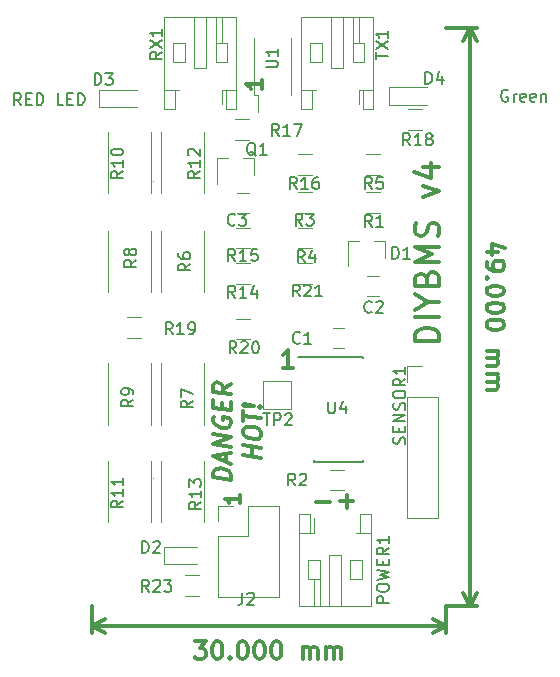
<source format=gbr>
G04 #@! TF.GenerationSoftware,KiCad,Pcbnew,(5.1.0)-1*
G04 #@! TF.CreationDate,2019-06-23T17:01:32+01:00*
G04 #@! TF.ProjectId,v4,76342e6b-6963-4616-945f-706362585858,rev?*
G04 #@! TF.SameCoordinates,Original*
G04 #@! TF.FileFunction,Legend,Top*
G04 #@! TF.FilePolarity,Positive*
%FSLAX46Y46*%
G04 Gerber Fmt 4.6, Leading zero omitted, Abs format (unit mm)*
G04 Created by KiCad (PCBNEW (5.1.0)-1) date 2019-06-23 17:01:32*
%MOMM*%
%LPD*%
G04 APERTURE LIST*
%ADD10C,0.300000*%
%ADD11C,0.120000*%
%ADD12C,0.150000*%
G04 APERTURE END LIST*
D10*
X116305695Y-53416171D02*
X116305695Y-54159028D01*
X116305695Y-53787600D02*
X115005695Y-53787600D01*
X115191409Y-53911409D01*
X115315219Y-54035219D01*
X115377123Y-54159028D01*
X113721171Y-87243671D02*
X112221171Y-87056171D01*
X112221171Y-86699028D01*
X112292600Y-86493671D01*
X112435457Y-86368671D01*
X112578314Y-86315100D01*
X112864028Y-86279385D01*
X113078314Y-86306171D01*
X113364028Y-86413314D01*
X113506885Y-86502600D01*
X113649742Y-86663314D01*
X113721171Y-86886528D01*
X113721171Y-87243671D01*
X113292600Y-85761528D02*
X113292600Y-85047242D01*
X113721171Y-85957957D02*
X112221171Y-85270457D01*
X113721171Y-84957957D01*
X113721171Y-84457957D02*
X112221171Y-84270457D01*
X113721171Y-83600814D01*
X112221171Y-83413314D01*
X112292600Y-81922242D02*
X112221171Y-82056171D01*
X112221171Y-82270457D01*
X112292600Y-82493671D01*
X112435457Y-82654385D01*
X112578314Y-82743671D01*
X112864028Y-82850814D01*
X113078314Y-82877600D01*
X113364028Y-82841885D01*
X113506885Y-82788314D01*
X113649742Y-82663314D01*
X113721171Y-82457957D01*
X113721171Y-82315100D01*
X113649742Y-82091885D01*
X113578314Y-82011528D01*
X113078314Y-81949028D01*
X113078314Y-82234742D01*
X112935457Y-81288314D02*
X112935457Y-80788314D01*
X113721171Y-80672242D02*
X113721171Y-81386528D01*
X112221171Y-81199028D01*
X112221171Y-80484742D01*
X113721171Y-79172242D02*
X113006885Y-79582957D01*
X113721171Y-80029385D02*
X112221171Y-79841885D01*
X112221171Y-79270457D01*
X112292600Y-79136528D01*
X112364028Y-79074028D01*
X112506885Y-79020457D01*
X112721171Y-79047242D01*
X112864028Y-79136528D01*
X112935457Y-79216885D01*
X113006885Y-79368671D01*
X113006885Y-79940100D01*
X116271171Y-85386528D02*
X114771171Y-85199028D01*
X115485457Y-85288314D02*
X115485457Y-84431171D01*
X116271171Y-84529385D02*
X114771171Y-84341885D01*
X114771171Y-83341885D02*
X114771171Y-83056171D01*
X114842600Y-82922242D01*
X114985457Y-82797242D01*
X115271171Y-82761528D01*
X115771171Y-82824028D01*
X116056885Y-82931171D01*
X116199742Y-83091885D01*
X116271171Y-83243671D01*
X116271171Y-83529385D01*
X116199742Y-83663314D01*
X116056885Y-83788314D01*
X115771171Y-83824028D01*
X115271171Y-83761528D01*
X114985457Y-83654385D01*
X114842600Y-83493671D01*
X114771171Y-83341885D01*
X114771171Y-82270457D02*
X114771171Y-81413314D01*
X116271171Y-82029385D02*
X114771171Y-81841885D01*
X116128314Y-81082957D02*
X116199742Y-81020457D01*
X116271171Y-81100814D01*
X116199742Y-81163314D01*
X116128314Y-81082957D01*
X116271171Y-81100814D01*
X115699742Y-81029385D02*
X114842600Y-80993671D01*
X114771171Y-80913314D01*
X114842600Y-80850814D01*
X115699742Y-81029385D01*
X114771171Y-80913314D01*
X114505695Y-88516171D02*
X114505695Y-89259028D01*
X114505695Y-88887600D02*
X113205695Y-88887600D01*
X113391409Y-89011409D01*
X113515219Y-89135219D01*
X113577123Y-89259028D01*
X131322361Y-75515933D02*
X129322361Y-75515933D01*
X129322361Y-75039742D01*
X129417600Y-74754028D01*
X129608076Y-74563552D01*
X129798552Y-74468314D01*
X130179504Y-74373076D01*
X130465219Y-74373076D01*
X130846171Y-74468314D01*
X131036647Y-74563552D01*
X131227123Y-74754028D01*
X131322361Y-75039742D01*
X131322361Y-75515933D01*
X131322361Y-73515933D02*
X129322361Y-73515933D01*
X130369980Y-72182600D02*
X131322361Y-72182600D01*
X129322361Y-72849266D02*
X130369980Y-72182600D01*
X129322361Y-71515933D01*
X130274742Y-70182600D02*
X130369980Y-69896885D01*
X130465219Y-69801647D01*
X130655695Y-69706409D01*
X130941409Y-69706409D01*
X131131885Y-69801647D01*
X131227123Y-69896885D01*
X131322361Y-70087361D01*
X131322361Y-70849266D01*
X129322361Y-70849266D01*
X129322361Y-70182600D01*
X129417600Y-69992123D01*
X129512838Y-69896885D01*
X129703314Y-69801647D01*
X129893790Y-69801647D01*
X130084266Y-69896885D01*
X130179504Y-69992123D01*
X130274742Y-70182600D01*
X130274742Y-70849266D01*
X131322361Y-68849266D02*
X129322361Y-68849266D01*
X130750933Y-68182600D01*
X129322361Y-67515933D01*
X131322361Y-67515933D01*
X131227123Y-66658790D02*
X131322361Y-66373076D01*
X131322361Y-65896885D01*
X131227123Y-65706409D01*
X131131885Y-65611171D01*
X130941409Y-65515933D01*
X130750933Y-65515933D01*
X130560457Y-65611171D01*
X130465219Y-65706409D01*
X130369980Y-65896885D01*
X130274742Y-66277838D01*
X130179504Y-66468314D01*
X130084266Y-66563552D01*
X129893790Y-66658790D01*
X129703314Y-66658790D01*
X129512838Y-66563552D01*
X129417600Y-66468314D01*
X129322361Y-66277838D01*
X129322361Y-65801647D01*
X129417600Y-65515933D01*
X129989028Y-63325457D02*
X131322361Y-62849266D01*
X129989028Y-62373076D01*
X129989028Y-60754028D02*
X131322361Y-60754028D01*
X129227123Y-61230219D02*
X130655695Y-61706409D01*
X130655695Y-60468314D01*
X118946171Y-77766171D02*
X118089028Y-77766171D01*
X118517600Y-77766171D02*
X118517600Y-76266171D01*
X118374742Y-76480457D01*
X118231885Y-76623314D01*
X118089028Y-76694742D01*
X122089028Y-89180457D02*
X120946171Y-89180457D01*
X122946171Y-89094742D02*
X124089028Y-89094742D01*
X123517600Y-89666171D02*
X123517600Y-88523314D01*
X110631885Y-100942571D02*
X111560457Y-100942571D01*
X111060457Y-101514000D01*
X111274742Y-101514000D01*
X111417600Y-101585428D01*
X111489028Y-101656857D01*
X111560457Y-101799714D01*
X111560457Y-102156857D01*
X111489028Y-102299714D01*
X111417600Y-102371142D01*
X111274742Y-102442571D01*
X110846171Y-102442571D01*
X110703314Y-102371142D01*
X110631885Y-102299714D01*
X112489028Y-100942571D02*
X112631885Y-100942571D01*
X112774742Y-101014000D01*
X112846171Y-101085428D01*
X112917600Y-101228285D01*
X112989028Y-101514000D01*
X112989028Y-101871142D01*
X112917600Y-102156857D01*
X112846171Y-102299714D01*
X112774742Y-102371142D01*
X112631885Y-102442571D01*
X112489028Y-102442571D01*
X112346171Y-102371142D01*
X112274742Y-102299714D01*
X112203314Y-102156857D01*
X112131885Y-101871142D01*
X112131885Y-101514000D01*
X112203314Y-101228285D01*
X112274742Y-101085428D01*
X112346171Y-101014000D01*
X112489028Y-100942571D01*
X113631885Y-102299714D02*
X113703314Y-102371142D01*
X113631885Y-102442571D01*
X113560457Y-102371142D01*
X113631885Y-102299714D01*
X113631885Y-102442571D01*
X114631885Y-100942571D02*
X114774742Y-100942571D01*
X114917600Y-101014000D01*
X114989028Y-101085428D01*
X115060457Y-101228285D01*
X115131885Y-101514000D01*
X115131885Y-101871142D01*
X115060457Y-102156857D01*
X114989028Y-102299714D01*
X114917600Y-102371142D01*
X114774742Y-102442571D01*
X114631885Y-102442571D01*
X114489028Y-102371142D01*
X114417600Y-102299714D01*
X114346171Y-102156857D01*
X114274742Y-101871142D01*
X114274742Y-101514000D01*
X114346171Y-101228285D01*
X114417600Y-101085428D01*
X114489028Y-101014000D01*
X114631885Y-100942571D01*
X116060457Y-100942571D02*
X116203314Y-100942571D01*
X116346171Y-101014000D01*
X116417600Y-101085428D01*
X116489028Y-101228285D01*
X116560457Y-101514000D01*
X116560457Y-101871142D01*
X116489028Y-102156857D01*
X116417600Y-102299714D01*
X116346171Y-102371142D01*
X116203314Y-102442571D01*
X116060457Y-102442571D01*
X115917600Y-102371142D01*
X115846171Y-102299714D01*
X115774742Y-102156857D01*
X115703314Y-101871142D01*
X115703314Y-101514000D01*
X115774742Y-101228285D01*
X115846171Y-101085428D01*
X115917600Y-101014000D01*
X116060457Y-100942571D01*
X117489028Y-100942571D02*
X117631885Y-100942571D01*
X117774742Y-101014000D01*
X117846171Y-101085428D01*
X117917600Y-101228285D01*
X117989028Y-101514000D01*
X117989028Y-101871142D01*
X117917600Y-102156857D01*
X117846171Y-102299714D01*
X117774742Y-102371142D01*
X117631885Y-102442571D01*
X117489028Y-102442571D01*
X117346171Y-102371142D01*
X117274742Y-102299714D01*
X117203314Y-102156857D01*
X117131885Y-101871142D01*
X117131885Y-101514000D01*
X117203314Y-101228285D01*
X117274742Y-101085428D01*
X117346171Y-101014000D01*
X117489028Y-100942571D01*
X119774742Y-102442571D02*
X119774742Y-101442571D01*
X119774742Y-101585428D02*
X119846171Y-101514000D01*
X119989028Y-101442571D01*
X120203314Y-101442571D01*
X120346171Y-101514000D01*
X120417600Y-101656857D01*
X120417600Y-102442571D01*
X120417600Y-101656857D02*
X120489028Y-101514000D01*
X120631885Y-101442571D01*
X120846171Y-101442571D01*
X120989028Y-101514000D01*
X121060457Y-101656857D01*
X121060457Y-102442571D01*
X121774742Y-102442571D02*
X121774742Y-101442571D01*
X121774742Y-101585428D02*
X121846171Y-101514000D01*
X121989028Y-101442571D01*
X122203314Y-101442571D01*
X122346171Y-101514000D01*
X122417600Y-101656857D01*
X122417600Y-102442571D01*
X122417600Y-101656857D02*
X122489028Y-101514000D01*
X122631885Y-101442571D01*
X122846171Y-101442571D01*
X122989028Y-101514000D01*
X123060457Y-101656857D01*
X123060457Y-102442571D01*
X101917600Y-99664000D02*
X131917600Y-99664000D01*
X101917600Y-97987600D02*
X101917600Y-100250421D01*
X131917600Y-97987600D02*
X131917600Y-100250421D01*
X131917600Y-99664000D02*
X130791096Y-100250421D01*
X131917600Y-99664000D02*
X130791096Y-99077579D01*
X101917600Y-99664000D02*
X103044104Y-100250421D01*
X101917600Y-99664000D02*
X103044104Y-99077579D01*
X136351428Y-67987600D02*
X135351428Y-67987600D01*
X136922857Y-67630457D02*
X135851428Y-67273314D01*
X135851428Y-68201885D01*
X135351428Y-68844742D02*
X135351428Y-69130457D01*
X135422857Y-69273314D01*
X135494285Y-69344742D01*
X135708571Y-69487600D01*
X135994285Y-69559028D01*
X136565714Y-69559028D01*
X136708571Y-69487600D01*
X136780000Y-69416171D01*
X136851428Y-69273314D01*
X136851428Y-68987600D01*
X136780000Y-68844742D01*
X136708571Y-68773314D01*
X136565714Y-68701885D01*
X136208571Y-68701885D01*
X136065714Y-68773314D01*
X135994285Y-68844742D01*
X135922857Y-68987600D01*
X135922857Y-69273314D01*
X135994285Y-69416171D01*
X136065714Y-69487600D01*
X136208571Y-69559028D01*
X135494285Y-70201885D02*
X135422857Y-70273314D01*
X135351428Y-70201885D01*
X135422857Y-70130457D01*
X135494285Y-70201885D01*
X135351428Y-70201885D01*
X136851428Y-71201885D02*
X136851428Y-71344742D01*
X136780000Y-71487600D01*
X136708571Y-71559028D01*
X136565714Y-71630457D01*
X136280000Y-71701885D01*
X135922857Y-71701885D01*
X135637142Y-71630457D01*
X135494285Y-71559028D01*
X135422857Y-71487600D01*
X135351428Y-71344742D01*
X135351428Y-71201885D01*
X135422857Y-71059028D01*
X135494285Y-70987600D01*
X135637142Y-70916171D01*
X135922857Y-70844742D01*
X136280000Y-70844742D01*
X136565714Y-70916171D01*
X136708571Y-70987600D01*
X136780000Y-71059028D01*
X136851428Y-71201885D01*
X136851428Y-72630457D02*
X136851428Y-72773314D01*
X136780000Y-72916171D01*
X136708571Y-72987600D01*
X136565714Y-73059028D01*
X136280000Y-73130457D01*
X135922857Y-73130457D01*
X135637142Y-73059028D01*
X135494285Y-72987600D01*
X135422857Y-72916171D01*
X135351428Y-72773314D01*
X135351428Y-72630457D01*
X135422857Y-72487600D01*
X135494285Y-72416171D01*
X135637142Y-72344742D01*
X135922857Y-72273314D01*
X136280000Y-72273314D01*
X136565714Y-72344742D01*
X136708571Y-72416171D01*
X136780000Y-72487600D01*
X136851428Y-72630457D01*
X136851428Y-74059028D02*
X136851428Y-74201885D01*
X136780000Y-74344742D01*
X136708571Y-74416171D01*
X136565714Y-74487600D01*
X136280000Y-74559028D01*
X135922857Y-74559028D01*
X135637142Y-74487600D01*
X135494285Y-74416171D01*
X135422857Y-74344742D01*
X135351428Y-74201885D01*
X135351428Y-74059028D01*
X135422857Y-73916171D01*
X135494285Y-73844742D01*
X135637142Y-73773314D01*
X135922857Y-73701885D01*
X136280000Y-73701885D01*
X136565714Y-73773314D01*
X136708571Y-73844742D01*
X136780000Y-73916171D01*
X136851428Y-74059028D01*
X135351428Y-76344742D02*
X136351428Y-76344742D01*
X136208571Y-76344742D02*
X136280000Y-76416171D01*
X136351428Y-76559028D01*
X136351428Y-76773314D01*
X136280000Y-76916171D01*
X136137142Y-76987600D01*
X135351428Y-76987600D01*
X136137142Y-76987600D02*
X136280000Y-77059028D01*
X136351428Y-77201885D01*
X136351428Y-77416171D01*
X136280000Y-77559028D01*
X136137142Y-77630457D01*
X135351428Y-77630457D01*
X135351428Y-78344742D02*
X136351428Y-78344742D01*
X136208571Y-78344742D02*
X136280000Y-78416171D01*
X136351428Y-78559028D01*
X136351428Y-78773314D01*
X136280000Y-78916171D01*
X136137142Y-78987600D01*
X135351428Y-78987600D01*
X136137142Y-78987600D02*
X136280000Y-79059028D01*
X136351428Y-79201885D01*
X136351428Y-79416171D01*
X136280000Y-79559028D01*
X136137142Y-79630457D01*
X135351428Y-79630457D01*
X133930000Y-48987600D02*
X133930000Y-97987600D01*
X131917600Y-48987600D02*
X134516421Y-48987600D01*
X131917600Y-97987600D02*
X134516421Y-97987600D01*
X133930000Y-97987600D02*
X133343579Y-96861096D01*
X133930000Y-97987600D02*
X134516421Y-96861096D01*
X133930000Y-48987600D02*
X133343579Y-50114104D01*
X133930000Y-48987600D02*
X134516421Y-50114104D01*
D11*
X130317600Y-55537600D02*
X127117600Y-55537600D01*
X127117600Y-54037600D02*
X130317600Y-54037600D01*
X127117600Y-54037600D02*
X127117600Y-55537600D01*
X105717600Y-55737600D02*
X102517600Y-55737600D01*
X102517600Y-54237600D02*
X105717600Y-54237600D01*
X102517600Y-54237600D02*
X102517600Y-55737600D01*
X109817600Y-95307600D02*
X111017600Y-95307600D01*
X111017600Y-97067600D02*
X109817600Y-97067600D01*
X108017600Y-92987600D02*
X108017600Y-94387600D01*
X108017600Y-94387600D02*
X110817600Y-94387600D01*
X108017600Y-92987600D02*
X110817600Y-92987600D01*
X107117600Y-61967600D02*
X107117600Y-61997600D01*
X107117600Y-87147600D02*
X107117600Y-87117600D01*
X123217600Y-48037600D02*
X123217600Y-52387600D01*
X123217600Y-52387600D02*
X122217600Y-52387600D01*
X122217600Y-52387600D02*
X122217600Y-48037600D01*
X124517600Y-54237600D02*
X124867600Y-54237600D01*
X124867600Y-54237600D02*
X124867600Y-55837600D01*
X124867600Y-55837600D02*
X125767600Y-55837600D01*
X125767600Y-55837600D02*
X125767600Y-48037600D01*
X125767600Y-48037600D02*
X119667600Y-48037600D01*
X119667600Y-48037600D02*
X119667600Y-55837600D01*
X119667600Y-55837600D02*
X120567600Y-55837600D01*
X120567600Y-55837600D02*
X120567600Y-54237600D01*
X120567600Y-54237600D02*
X120917600Y-54237600D01*
X125767600Y-54237600D02*
X124867600Y-54237600D01*
X119667600Y-54237600D02*
X120567600Y-54237600D01*
X125017600Y-51887600D02*
X125017600Y-50287600D01*
X125017600Y-50287600D02*
X124017600Y-50287600D01*
X124017600Y-50287600D02*
X124017600Y-51887600D01*
X124017600Y-51887600D02*
X125017600Y-51887600D01*
X120417600Y-51887600D02*
X120417600Y-50287600D01*
X120417600Y-50287600D02*
X121417600Y-50287600D01*
X121417600Y-50287600D02*
X121417600Y-51887600D01*
X121417600Y-51887600D02*
X120417600Y-51887600D01*
X124017600Y-50287600D02*
X124017600Y-48037600D01*
X124517600Y-50287600D02*
X124517600Y-48037600D01*
X124517600Y-54237600D02*
X124517600Y-55437600D01*
X115217600Y-62937600D02*
X114217600Y-62937600D01*
X114217600Y-64637600D02*
X115217600Y-64637600D01*
X128587600Y-90477600D02*
X131247600Y-90477600D01*
X128587600Y-80257600D02*
X128587600Y-90477600D01*
X131247600Y-80257600D02*
X131247600Y-90477600D01*
X128587600Y-80257600D02*
X131247600Y-80257600D01*
X128587600Y-78987600D02*
X128587600Y-77657600D01*
X128587600Y-77657600D02*
X129917600Y-77657600D01*
X115317600Y-70667600D02*
X114117600Y-70667600D01*
X114117600Y-68907600D02*
X115317600Y-68907600D01*
X114017600Y-56707600D02*
X115217600Y-56707600D01*
X115217600Y-58467600D02*
X114017600Y-58467600D01*
X112587600Y-97197600D02*
X117787600Y-97197600D01*
X112587600Y-92057600D02*
X112587600Y-97197600D01*
X117787600Y-89457600D02*
X117787600Y-97197600D01*
X112587600Y-92057600D02*
X115187600Y-92057600D01*
X115187600Y-92057600D02*
X115187600Y-89457600D01*
X115187600Y-89457600D02*
X117787600Y-89457600D01*
X112587600Y-90787600D02*
X112587600Y-89457600D01*
X112587600Y-89457600D02*
X113917600Y-89457600D01*
X123317600Y-74437600D02*
X122317600Y-74437600D01*
X122317600Y-76137600D02*
X123317600Y-76137600D01*
X122017600Y-97937600D02*
X122017600Y-93587600D01*
X122017600Y-93587600D02*
X123017600Y-93587600D01*
X123017600Y-93587600D02*
X123017600Y-97937600D01*
X120717600Y-91737600D02*
X120367600Y-91737600D01*
X120367600Y-91737600D02*
X120367600Y-90137600D01*
X120367600Y-90137600D02*
X119467600Y-90137600D01*
X119467600Y-90137600D02*
X119467600Y-97937600D01*
X119467600Y-97937600D02*
X125567600Y-97937600D01*
X125567600Y-97937600D02*
X125567600Y-90137600D01*
X125567600Y-90137600D02*
X124667600Y-90137600D01*
X124667600Y-90137600D02*
X124667600Y-91737600D01*
X124667600Y-91737600D02*
X124317600Y-91737600D01*
X119467600Y-91737600D02*
X120367600Y-91737600D01*
X125567600Y-91737600D02*
X124667600Y-91737600D01*
X120217600Y-94087600D02*
X120217600Y-95687600D01*
X120217600Y-95687600D02*
X121217600Y-95687600D01*
X121217600Y-95687600D02*
X121217600Y-94087600D01*
X121217600Y-94087600D02*
X120217600Y-94087600D01*
X124817600Y-94087600D02*
X124817600Y-95687600D01*
X124817600Y-95687600D02*
X123817600Y-95687600D01*
X123817600Y-95687600D02*
X123817600Y-94087600D01*
X123817600Y-94087600D02*
X124817600Y-94087600D01*
X121217600Y-95687600D02*
X121217600Y-97937600D01*
X120717600Y-95687600D02*
X120717600Y-97937600D01*
X120717600Y-91737600D02*
X120717600Y-90537600D01*
X125117600Y-62907600D02*
X126317600Y-62907600D01*
X126317600Y-64667600D02*
X125117600Y-64667600D01*
D12*
X120742600Y-76837600D02*
X120742600Y-76862600D01*
X124892600Y-76837600D02*
X124892600Y-76952600D01*
X124892600Y-85737600D02*
X124892600Y-85622600D01*
X120742600Y-85737600D02*
X120742600Y-85622600D01*
X120742600Y-76837600D02*
X124892600Y-76837600D01*
X120742600Y-85737600D02*
X124892600Y-85737600D01*
X120742600Y-76862600D02*
X119367600Y-76862600D01*
D11*
X126217600Y-70037600D02*
X125217600Y-70037600D01*
X125217600Y-71737600D02*
X126217600Y-71737600D01*
X111617600Y-48037600D02*
X111617600Y-52387600D01*
X111617600Y-52387600D02*
X110617600Y-52387600D01*
X110617600Y-52387600D02*
X110617600Y-48037600D01*
X112917600Y-54237600D02*
X113267600Y-54237600D01*
X113267600Y-54237600D02*
X113267600Y-55837600D01*
X113267600Y-55837600D02*
X114167600Y-55837600D01*
X114167600Y-55837600D02*
X114167600Y-48037600D01*
X114167600Y-48037600D02*
X108067600Y-48037600D01*
X108067600Y-48037600D02*
X108067600Y-55837600D01*
X108067600Y-55837600D02*
X108967600Y-55837600D01*
X108967600Y-55837600D02*
X108967600Y-54237600D01*
X108967600Y-54237600D02*
X109317600Y-54237600D01*
X114167600Y-54237600D02*
X113267600Y-54237600D01*
X108067600Y-54237600D02*
X108967600Y-54237600D01*
X113417600Y-51887600D02*
X113417600Y-50287600D01*
X113417600Y-50287600D02*
X112417600Y-50287600D01*
X112417600Y-50287600D02*
X112417600Y-51887600D01*
X112417600Y-51887600D02*
X113417600Y-51887600D01*
X108817600Y-51887600D02*
X108817600Y-50287600D01*
X108817600Y-50287600D02*
X109817600Y-50287600D01*
X109817600Y-50287600D02*
X109817600Y-51887600D01*
X109817600Y-51887600D02*
X108817600Y-51887600D01*
X112417600Y-50287600D02*
X112417600Y-48037600D01*
X112917600Y-50287600D02*
X112917600Y-48037600D01*
X112917600Y-54237600D02*
X112917600Y-55437600D01*
X123317600Y-88167600D02*
X122117600Y-88167600D01*
X122117600Y-86407600D02*
X123317600Y-86407600D01*
X120617600Y-64667600D02*
X119417600Y-64667600D01*
X119417600Y-62907600D02*
X120617600Y-62907600D01*
X119417600Y-65907600D02*
X120617600Y-65907600D01*
X120617600Y-67667600D02*
X119417600Y-67667600D01*
X125117600Y-59707600D02*
X126317600Y-59707600D01*
X126317600Y-61467600D02*
X125117600Y-61467600D01*
X115317600Y-67667600D02*
X114117600Y-67667600D01*
X114117600Y-65907600D02*
X115317600Y-65907600D01*
X120617600Y-61467600D02*
X119417600Y-61467600D01*
X119417600Y-59707600D02*
X120617600Y-59707600D01*
X128717600Y-55907600D02*
X129917600Y-55907600D01*
X129917600Y-57667600D02*
X128717600Y-57667600D01*
X115627600Y-54687600D02*
X116027600Y-54687600D01*
X116027600Y-54687600D02*
X116027600Y-56087600D01*
X115627600Y-54687600D02*
X115627600Y-49887600D01*
X118827600Y-54687600D02*
X118827600Y-49887600D01*
X126797600Y-67027600D02*
X125867600Y-67027600D01*
X123637600Y-67027600D02*
X124567600Y-67027600D01*
X123637600Y-67027600D02*
X123637600Y-69187600D01*
X126797600Y-67027600D02*
X126797600Y-68487600D01*
X115697600Y-60027600D02*
X114767600Y-60027600D01*
X112537600Y-60027600D02*
X113467600Y-60027600D01*
X112537600Y-60027600D02*
X112537600Y-62187600D01*
X115697600Y-60027600D02*
X115697600Y-61487600D01*
X106117600Y-75267600D02*
X104917600Y-75267600D01*
X104917600Y-73507600D02*
X106117600Y-73507600D01*
X115317600Y-75367600D02*
X114117600Y-75367600D01*
X114117600Y-73607600D02*
X115317600Y-73607600D01*
X119417600Y-68907600D02*
X120617600Y-68907600D01*
X120617600Y-70667600D02*
X119417600Y-70667600D01*
X116417600Y-81287600D02*
X116417600Y-78887600D01*
X118817600Y-81287600D02*
X116417600Y-81287600D01*
X118817600Y-78887600D02*
X118817600Y-81287600D01*
X116417600Y-78887600D02*
X118817600Y-78887600D01*
X111437600Y-66187600D02*
X111437600Y-71387600D01*
X107797600Y-71387600D02*
X107797600Y-66187600D01*
X107797600Y-82587600D02*
X107797600Y-77387600D01*
X111437600Y-77387600D02*
X111437600Y-82587600D01*
X106937600Y-66187600D02*
X106937600Y-71387600D01*
X103297600Y-71387600D02*
X103297600Y-66187600D01*
X103297600Y-82587600D02*
X103297600Y-77387600D01*
X106937600Y-77387600D02*
X106937600Y-82587600D01*
X106937600Y-57799200D02*
X106937600Y-62999200D01*
X103297600Y-62999200D02*
X103297600Y-57799200D01*
X103297600Y-90876000D02*
X103297600Y-85676000D01*
X106937600Y-85676000D02*
X106937600Y-90876000D01*
X107797600Y-62999200D02*
X107797600Y-57799200D01*
X111437600Y-57799200D02*
X111437600Y-62999200D01*
X111437600Y-85676000D02*
X111437600Y-90876000D01*
X107797600Y-90876000D02*
X107797600Y-85676000D01*
D12*
X130179504Y-53739980D02*
X130179504Y-52739980D01*
X130417600Y-52739980D01*
X130560457Y-52787600D01*
X130655695Y-52882838D01*
X130703314Y-52978076D01*
X130750933Y-53168552D01*
X130750933Y-53311409D01*
X130703314Y-53501885D01*
X130655695Y-53597123D01*
X130560457Y-53692361D01*
X130417600Y-53739980D01*
X130179504Y-53739980D01*
X131608076Y-53073314D02*
X131608076Y-53739980D01*
X131369980Y-52692361D02*
X131131885Y-53406647D01*
X131750933Y-53406647D01*
X137160457Y-54287600D02*
X137065219Y-54239980D01*
X136922361Y-54239980D01*
X136779504Y-54287600D01*
X136684266Y-54382838D01*
X136636647Y-54478076D01*
X136589028Y-54668552D01*
X136589028Y-54811409D01*
X136636647Y-55001885D01*
X136684266Y-55097123D01*
X136779504Y-55192361D01*
X136922361Y-55239980D01*
X137017600Y-55239980D01*
X137160457Y-55192361D01*
X137208076Y-55144742D01*
X137208076Y-54811409D01*
X137017600Y-54811409D01*
X137636647Y-55239980D02*
X137636647Y-54573314D01*
X137636647Y-54763790D02*
X137684266Y-54668552D01*
X137731885Y-54620933D01*
X137827123Y-54573314D01*
X137922361Y-54573314D01*
X138636647Y-55192361D02*
X138541409Y-55239980D01*
X138350933Y-55239980D01*
X138255695Y-55192361D01*
X138208076Y-55097123D01*
X138208076Y-54716171D01*
X138255695Y-54620933D01*
X138350933Y-54573314D01*
X138541409Y-54573314D01*
X138636647Y-54620933D01*
X138684266Y-54716171D01*
X138684266Y-54811409D01*
X138208076Y-54906647D01*
X139493790Y-55192361D02*
X139398552Y-55239980D01*
X139208076Y-55239980D01*
X139112838Y-55192361D01*
X139065219Y-55097123D01*
X139065219Y-54716171D01*
X139112838Y-54620933D01*
X139208076Y-54573314D01*
X139398552Y-54573314D01*
X139493790Y-54620933D01*
X139541409Y-54716171D01*
X139541409Y-54811409D01*
X139065219Y-54906647D01*
X139969980Y-54573314D02*
X139969980Y-55239980D01*
X139969980Y-54668552D02*
X140017600Y-54620933D01*
X140112838Y-54573314D01*
X140255695Y-54573314D01*
X140350933Y-54620933D01*
X140398552Y-54716171D01*
X140398552Y-55239980D01*
X102179504Y-53839980D02*
X102179504Y-52839980D01*
X102417600Y-52839980D01*
X102560457Y-52887600D01*
X102655695Y-52982838D01*
X102703314Y-53078076D01*
X102750933Y-53268552D01*
X102750933Y-53411409D01*
X102703314Y-53601885D01*
X102655695Y-53697123D01*
X102560457Y-53792361D01*
X102417600Y-53839980D01*
X102179504Y-53839980D01*
X103084266Y-52839980D02*
X103703314Y-52839980D01*
X103369980Y-53220933D01*
X103512838Y-53220933D01*
X103608076Y-53268552D01*
X103655695Y-53316171D01*
X103703314Y-53411409D01*
X103703314Y-53649504D01*
X103655695Y-53744742D01*
X103608076Y-53792361D01*
X103512838Y-53839980D01*
X103227123Y-53839980D01*
X103131885Y-53792361D01*
X103084266Y-53744742D01*
X95936647Y-55539980D02*
X95603314Y-55063790D01*
X95365219Y-55539980D02*
X95365219Y-54539980D01*
X95746171Y-54539980D01*
X95841409Y-54587600D01*
X95889028Y-54635219D01*
X95936647Y-54730457D01*
X95936647Y-54873314D01*
X95889028Y-54968552D01*
X95841409Y-55016171D01*
X95746171Y-55063790D01*
X95365219Y-55063790D01*
X96365219Y-55016171D02*
X96698552Y-55016171D01*
X96841409Y-55539980D02*
X96365219Y-55539980D01*
X96365219Y-54539980D01*
X96841409Y-54539980D01*
X97269980Y-55539980D02*
X97269980Y-54539980D01*
X97508076Y-54539980D01*
X97650933Y-54587600D01*
X97746171Y-54682838D01*
X97793790Y-54778076D01*
X97841409Y-54968552D01*
X97841409Y-55111409D01*
X97793790Y-55301885D01*
X97746171Y-55397123D01*
X97650933Y-55492361D01*
X97508076Y-55539980D01*
X97269980Y-55539980D01*
X99508076Y-55539980D02*
X99031885Y-55539980D01*
X99031885Y-54539980D01*
X99841409Y-55016171D02*
X100174742Y-55016171D01*
X100317600Y-55539980D02*
X99841409Y-55539980D01*
X99841409Y-54539980D01*
X100317600Y-54539980D01*
X100746171Y-55539980D02*
X100746171Y-54539980D01*
X100984266Y-54539980D01*
X101127123Y-54587600D01*
X101222361Y-54682838D01*
X101269980Y-54778076D01*
X101317600Y-54968552D01*
X101317600Y-55111409D01*
X101269980Y-55301885D01*
X101222361Y-55397123D01*
X101127123Y-55492361D01*
X100984266Y-55539980D01*
X100746171Y-55539980D01*
X106774742Y-96739980D02*
X106441409Y-96263790D01*
X106203314Y-96739980D02*
X106203314Y-95739980D01*
X106584266Y-95739980D01*
X106679504Y-95787600D01*
X106727123Y-95835219D01*
X106774742Y-95930457D01*
X106774742Y-96073314D01*
X106727123Y-96168552D01*
X106679504Y-96216171D01*
X106584266Y-96263790D01*
X106203314Y-96263790D01*
X107155695Y-95835219D02*
X107203314Y-95787600D01*
X107298552Y-95739980D01*
X107536647Y-95739980D01*
X107631885Y-95787600D01*
X107679504Y-95835219D01*
X107727123Y-95930457D01*
X107727123Y-96025695D01*
X107679504Y-96168552D01*
X107108076Y-96739980D01*
X107727123Y-96739980D01*
X108060457Y-95739980D02*
X108679504Y-95739980D01*
X108346171Y-96120933D01*
X108489028Y-96120933D01*
X108584266Y-96168552D01*
X108631885Y-96216171D01*
X108679504Y-96311409D01*
X108679504Y-96549504D01*
X108631885Y-96644742D01*
X108584266Y-96692361D01*
X108489028Y-96739980D01*
X108203314Y-96739980D01*
X108108076Y-96692361D01*
X108060457Y-96644742D01*
X106179504Y-93439980D02*
X106179504Y-92439980D01*
X106417600Y-92439980D01*
X106560457Y-92487600D01*
X106655695Y-92582838D01*
X106703314Y-92678076D01*
X106750933Y-92868552D01*
X106750933Y-93011409D01*
X106703314Y-93201885D01*
X106655695Y-93297123D01*
X106560457Y-93392361D01*
X106417600Y-93439980D01*
X106179504Y-93439980D01*
X107131885Y-92535219D02*
X107179504Y-92487600D01*
X107274742Y-92439980D01*
X107512838Y-92439980D01*
X107608076Y-92487600D01*
X107655695Y-92535219D01*
X107703314Y-92630457D01*
X107703314Y-92725695D01*
X107655695Y-92868552D01*
X107084266Y-93439980D01*
X107703314Y-93439980D01*
X125969980Y-51625695D02*
X125969980Y-51054266D01*
X126969980Y-51339980D02*
X125969980Y-51339980D01*
X125969980Y-50816171D02*
X126969980Y-50149504D01*
X125969980Y-50149504D02*
X126969980Y-50816171D01*
X126969980Y-49244742D02*
X126969980Y-49816171D01*
X126969980Y-49530457D02*
X125969980Y-49530457D01*
X126112838Y-49625695D01*
X126208076Y-49720933D01*
X126255695Y-49816171D01*
X114050933Y-65644742D02*
X114003314Y-65692361D01*
X113860457Y-65739980D01*
X113765219Y-65739980D01*
X113622361Y-65692361D01*
X113527123Y-65597123D01*
X113479504Y-65501885D01*
X113431885Y-65311409D01*
X113431885Y-65168552D01*
X113479504Y-64978076D01*
X113527123Y-64882838D01*
X113622361Y-64787600D01*
X113765219Y-64739980D01*
X113860457Y-64739980D01*
X114003314Y-64787600D01*
X114050933Y-64835219D01*
X114384266Y-64739980D02*
X115003314Y-64739980D01*
X114669980Y-65120933D01*
X114812838Y-65120933D01*
X114908076Y-65168552D01*
X114955695Y-65216171D01*
X115003314Y-65311409D01*
X115003314Y-65549504D01*
X114955695Y-65644742D01*
X114908076Y-65692361D01*
X114812838Y-65739980D01*
X114527123Y-65739980D01*
X114431885Y-65692361D01*
X114384266Y-65644742D01*
X128422361Y-84225695D02*
X128469980Y-84082838D01*
X128469980Y-83844742D01*
X128422361Y-83749504D01*
X128374742Y-83701885D01*
X128279504Y-83654266D01*
X128184266Y-83654266D01*
X128089028Y-83701885D01*
X128041409Y-83749504D01*
X127993790Y-83844742D01*
X127946171Y-84035219D01*
X127898552Y-84130457D01*
X127850933Y-84178076D01*
X127755695Y-84225695D01*
X127660457Y-84225695D01*
X127565219Y-84178076D01*
X127517600Y-84130457D01*
X127469980Y-84035219D01*
X127469980Y-83797123D01*
X127517600Y-83654266D01*
X127946171Y-83225695D02*
X127946171Y-82892361D01*
X128469980Y-82749504D02*
X128469980Y-83225695D01*
X127469980Y-83225695D01*
X127469980Y-82749504D01*
X128469980Y-82320933D02*
X127469980Y-82320933D01*
X128469980Y-81749504D01*
X127469980Y-81749504D01*
X128422361Y-81320933D02*
X128469980Y-81178076D01*
X128469980Y-80939980D01*
X128422361Y-80844742D01*
X128374742Y-80797123D01*
X128279504Y-80749504D01*
X128184266Y-80749504D01*
X128089028Y-80797123D01*
X128041409Y-80844742D01*
X127993790Y-80939980D01*
X127946171Y-81130457D01*
X127898552Y-81225695D01*
X127850933Y-81273314D01*
X127755695Y-81320933D01*
X127660457Y-81320933D01*
X127565219Y-81273314D01*
X127517600Y-81225695D01*
X127469980Y-81130457D01*
X127469980Y-80892361D01*
X127517600Y-80749504D01*
X127469980Y-80130457D02*
X127469980Y-79939980D01*
X127517600Y-79844742D01*
X127612838Y-79749504D01*
X127803314Y-79701885D01*
X128136647Y-79701885D01*
X128327123Y-79749504D01*
X128422361Y-79844742D01*
X128469980Y-79939980D01*
X128469980Y-80130457D01*
X128422361Y-80225695D01*
X128327123Y-80320933D01*
X128136647Y-80368552D01*
X127803314Y-80368552D01*
X127612838Y-80320933D01*
X127517600Y-80225695D01*
X127469980Y-80130457D01*
X128469980Y-78701885D02*
X127993790Y-79035219D01*
X128469980Y-79273314D02*
X127469980Y-79273314D01*
X127469980Y-78892361D01*
X127517600Y-78797123D01*
X127565219Y-78749504D01*
X127660457Y-78701885D01*
X127803314Y-78701885D01*
X127898552Y-78749504D01*
X127946171Y-78797123D01*
X127993790Y-78892361D01*
X127993790Y-79273314D01*
X128469980Y-77749504D02*
X128469980Y-78320933D01*
X128469980Y-78035219D02*
X127469980Y-78035219D01*
X127612838Y-78130457D01*
X127708076Y-78225695D01*
X127755695Y-78320933D01*
X114074742Y-71839980D02*
X113741409Y-71363790D01*
X113503314Y-71839980D02*
X113503314Y-70839980D01*
X113884266Y-70839980D01*
X113979504Y-70887600D01*
X114027123Y-70935219D01*
X114074742Y-71030457D01*
X114074742Y-71173314D01*
X114027123Y-71268552D01*
X113979504Y-71316171D01*
X113884266Y-71363790D01*
X113503314Y-71363790D01*
X115027123Y-71839980D02*
X114455695Y-71839980D01*
X114741409Y-71839980D02*
X114741409Y-70839980D01*
X114646171Y-70982838D01*
X114550933Y-71078076D01*
X114455695Y-71125695D01*
X115884266Y-71173314D02*
X115884266Y-71839980D01*
X115646171Y-70792361D02*
X115408076Y-71506647D01*
X116027123Y-71506647D01*
X117774742Y-58139980D02*
X117441409Y-57663790D01*
X117203314Y-58139980D02*
X117203314Y-57139980D01*
X117584266Y-57139980D01*
X117679504Y-57187600D01*
X117727123Y-57235219D01*
X117774742Y-57330457D01*
X117774742Y-57473314D01*
X117727123Y-57568552D01*
X117679504Y-57616171D01*
X117584266Y-57663790D01*
X117203314Y-57663790D01*
X118727123Y-58139980D02*
X118155695Y-58139980D01*
X118441409Y-58139980D02*
X118441409Y-57139980D01*
X118346171Y-57282838D01*
X118250933Y-57378076D01*
X118155695Y-57425695D01*
X119060457Y-57139980D02*
X119727123Y-57139980D01*
X119298552Y-58139980D01*
X114684266Y-96839980D02*
X114684266Y-97554266D01*
X114636647Y-97697123D01*
X114541409Y-97792361D01*
X114398552Y-97839980D01*
X114303314Y-97839980D01*
X115112838Y-96935219D02*
X115160457Y-96887600D01*
X115255695Y-96839980D01*
X115493790Y-96839980D01*
X115589028Y-96887600D01*
X115636647Y-96935219D01*
X115684266Y-97030457D01*
X115684266Y-97125695D01*
X115636647Y-97268552D01*
X115065219Y-97839980D01*
X115684266Y-97839980D01*
X119550933Y-75644742D02*
X119503314Y-75692361D01*
X119360457Y-75739980D01*
X119265219Y-75739980D01*
X119122361Y-75692361D01*
X119027123Y-75597123D01*
X118979504Y-75501885D01*
X118931885Y-75311409D01*
X118931885Y-75168552D01*
X118979504Y-74978076D01*
X119027123Y-74882838D01*
X119122361Y-74787600D01*
X119265219Y-74739980D01*
X119360457Y-74739980D01*
X119503314Y-74787600D01*
X119550933Y-74835219D01*
X120503314Y-75739980D02*
X119931885Y-75739980D01*
X120217600Y-75739980D02*
X120217600Y-74739980D01*
X120122361Y-74882838D01*
X120027123Y-74978076D01*
X119931885Y-75025695D01*
X127069980Y-97673314D02*
X126069980Y-97673314D01*
X126069980Y-97292361D01*
X126117600Y-97197123D01*
X126165219Y-97149504D01*
X126260457Y-97101885D01*
X126403314Y-97101885D01*
X126498552Y-97149504D01*
X126546171Y-97197123D01*
X126593790Y-97292361D01*
X126593790Y-97673314D01*
X126069980Y-96482838D02*
X126069980Y-96292361D01*
X126117600Y-96197123D01*
X126212838Y-96101885D01*
X126403314Y-96054266D01*
X126736647Y-96054266D01*
X126927123Y-96101885D01*
X127022361Y-96197123D01*
X127069980Y-96292361D01*
X127069980Y-96482838D01*
X127022361Y-96578076D01*
X126927123Y-96673314D01*
X126736647Y-96720933D01*
X126403314Y-96720933D01*
X126212838Y-96673314D01*
X126117600Y-96578076D01*
X126069980Y-96482838D01*
X126069980Y-95720933D02*
X127069980Y-95482838D01*
X126355695Y-95292361D01*
X127069980Y-95101885D01*
X126069980Y-94863790D01*
X126546171Y-94482838D02*
X126546171Y-94149504D01*
X127069980Y-94006647D02*
X127069980Y-94482838D01*
X126069980Y-94482838D01*
X126069980Y-94006647D01*
X127069980Y-93006647D02*
X126593790Y-93339980D01*
X127069980Y-93578076D02*
X126069980Y-93578076D01*
X126069980Y-93197123D01*
X126117600Y-93101885D01*
X126165219Y-93054266D01*
X126260457Y-93006647D01*
X126403314Y-93006647D01*
X126498552Y-93054266D01*
X126546171Y-93101885D01*
X126593790Y-93197123D01*
X126593790Y-93578076D01*
X127069980Y-92054266D02*
X127069980Y-92625695D01*
X127069980Y-92339980D02*
X126069980Y-92339980D01*
X126212838Y-92435219D01*
X126308076Y-92530457D01*
X126355695Y-92625695D01*
X125650933Y-65839980D02*
X125317600Y-65363790D01*
X125079504Y-65839980D02*
X125079504Y-64839980D01*
X125460457Y-64839980D01*
X125555695Y-64887600D01*
X125603314Y-64935219D01*
X125650933Y-65030457D01*
X125650933Y-65173314D01*
X125603314Y-65268552D01*
X125555695Y-65316171D01*
X125460457Y-65363790D01*
X125079504Y-65363790D01*
X126603314Y-65839980D02*
X126031885Y-65839980D01*
X126317600Y-65839980D02*
X126317600Y-64839980D01*
X126222361Y-64982838D01*
X126127123Y-65078076D01*
X126031885Y-65125695D01*
X121955695Y-80639980D02*
X121955695Y-81449504D01*
X122003314Y-81544742D01*
X122050933Y-81592361D01*
X122146171Y-81639980D01*
X122336647Y-81639980D01*
X122431885Y-81592361D01*
X122479504Y-81544742D01*
X122527123Y-81449504D01*
X122527123Y-80639980D01*
X123431885Y-80973314D02*
X123431885Y-81639980D01*
X123193790Y-80592361D02*
X122955695Y-81306647D01*
X123574742Y-81306647D01*
X125622533Y-73038742D02*
X125574914Y-73086361D01*
X125432057Y-73133980D01*
X125336819Y-73133980D01*
X125193961Y-73086361D01*
X125098723Y-72991123D01*
X125051104Y-72895885D01*
X125003485Y-72705409D01*
X125003485Y-72562552D01*
X125051104Y-72372076D01*
X125098723Y-72276838D01*
X125193961Y-72181600D01*
X125336819Y-72133980D01*
X125432057Y-72133980D01*
X125574914Y-72181600D01*
X125622533Y-72229219D01*
X126003485Y-72229219D02*
X126051104Y-72181600D01*
X126146342Y-72133980D01*
X126384438Y-72133980D01*
X126479676Y-72181600D01*
X126527295Y-72229219D01*
X126574914Y-72324457D01*
X126574914Y-72419695D01*
X126527295Y-72562552D01*
X125955866Y-73133980D01*
X126574914Y-73133980D01*
X107869980Y-51030457D02*
X107393790Y-51363790D01*
X107869980Y-51601885D02*
X106869980Y-51601885D01*
X106869980Y-51220933D01*
X106917600Y-51125695D01*
X106965219Y-51078076D01*
X107060457Y-51030457D01*
X107203314Y-51030457D01*
X107298552Y-51078076D01*
X107346171Y-51125695D01*
X107393790Y-51220933D01*
X107393790Y-51601885D01*
X106869980Y-50697123D02*
X107869980Y-50030457D01*
X106869980Y-50030457D02*
X107869980Y-50697123D01*
X107869980Y-49125695D02*
X107869980Y-49697123D01*
X107869980Y-49411409D02*
X106869980Y-49411409D01*
X107012838Y-49506647D01*
X107108076Y-49601885D01*
X107155695Y-49697123D01*
X119150933Y-87739980D02*
X118817600Y-87263790D01*
X118579504Y-87739980D02*
X118579504Y-86739980D01*
X118960457Y-86739980D01*
X119055695Y-86787600D01*
X119103314Y-86835219D01*
X119150933Y-86930457D01*
X119150933Y-87073314D01*
X119103314Y-87168552D01*
X119055695Y-87216171D01*
X118960457Y-87263790D01*
X118579504Y-87263790D01*
X119531885Y-86835219D02*
X119579504Y-86787600D01*
X119674742Y-86739980D01*
X119912838Y-86739980D01*
X120008076Y-86787600D01*
X120055695Y-86835219D01*
X120103314Y-86930457D01*
X120103314Y-87025695D01*
X120055695Y-87168552D01*
X119484266Y-87739980D01*
X120103314Y-87739980D01*
X119750933Y-65739980D02*
X119417600Y-65263790D01*
X119179504Y-65739980D02*
X119179504Y-64739980D01*
X119560457Y-64739980D01*
X119655695Y-64787600D01*
X119703314Y-64835219D01*
X119750933Y-64930457D01*
X119750933Y-65073314D01*
X119703314Y-65168552D01*
X119655695Y-65216171D01*
X119560457Y-65263790D01*
X119179504Y-65263790D01*
X120084266Y-64739980D02*
X120703314Y-64739980D01*
X120369980Y-65120933D01*
X120512838Y-65120933D01*
X120608076Y-65168552D01*
X120655695Y-65216171D01*
X120703314Y-65311409D01*
X120703314Y-65549504D01*
X120655695Y-65644742D01*
X120608076Y-65692361D01*
X120512838Y-65739980D01*
X120227123Y-65739980D01*
X120131885Y-65692361D01*
X120084266Y-65644742D01*
X119950933Y-68839980D02*
X119617600Y-68363790D01*
X119379504Y-68839980D02*
X119379504Y-67839980D01*
X119760457Y-67839980D01*
X119855695Y-67887600D01*
X119903314Y-67935219D01*
X119950933Y-68030457D01*
X119950933Y-68173314D01*
X119903314Y-68268552D01*
X119855695Y-68316171D01*
X119760457Y-68363790D01*
X119379504Y-68363790D01*
X120808076Y-68173314D02*
X120808076Y-68839980D01*
X120569980Y-67792361D02*
X120331885Y-68506647D01*
X120950933Y-68506647D01*
X125650933Y-62639980D02*
X125317600Y-62163790D01*
X125079504Y-62639980D02*
X125079504Y-61639980D01*
X125460457Y-61639980D01*
X125555695Y-61687600D01*
X125603314Y-61735219D01*
X125650933Y-61830457D01*
X125650933Y-61973314D01*
X125603314Y-62068552D01*
X125555695Y-62116171D01*
X125460457Y-62163790D01*
X125079504Y-62163790D01*
X126555695Y-61639980D02*
X126079504Y-61639980D01*
X126031885Y-62116171D01*
X126079504Y-62068552D01*
X126174742Y-62020933D01*
X126412838Y-62020933D01*
X126508076Y-62068552D01*
X126555695Y-62116171D01*
X126603314Y-62211409D01*
X126603314Y-62449504D01*
X126555695Y-62544742D01*
X126508076Y-62592361D01*
X126412838Y-62639980D01*
X126174742Y-62639980D01*
X126079504Y-62592361D01*
X126031885Y-62544742D01*
X114074742Y-68739980D02*
X113741409Y-68263790D01*
X113503314Y-68739980D02*
X113503314Y-67739980D01*
X113884266Y-67739980D01*
X113979504Y-67787600D01*
X114027123Y-67835219D01*
X114074742Y-67930457D01*
X114074742Y-68073314D01*
X114027123Y-68168552D01*
X113979504Y-68216171D01*
X113884266Y-68263790D01*
X113503314Y-68263790D01*
X115027123Y-68739980D02*
X114455695Y-68739980D01*
X114741409Y-68739980D02*
X114741409Y-67739980D01*
X114646171Y-67882838D01*
X114550933Y-67978076D01*
X114455695Y-68025695D01*
X115931885Y-67739980D02*
X115455695Y-67739980D01*
X115408076Y-68216171D01*
X115455695Y-68168552D01*
X115550933Y-68120933D01*
X115789028Y-68120933D01*
X115884266Y-68168552D01*
X115931885Y-68216171D01*
X115979504Y-68311409D01*
X115979504Y-68549504D01*
X115931885Y-68644742D01*
X115884266Y-68692361D01*
X115789028Y-68739980D01*
X115550933Y-68739980D01*
X115455695Y-68692361D01*
X115408076Y-68644742D01*
X119274742Y-62639980D02*
X118941409Y-62163790D01*
X118703314Y-62639980D02*
X118703314Y-61639980D01*
X119084266Y-61639980D01*
X119179504Y-61687600D01*
X119227123Y-61735219D01*
X119274742Y-61830457D01*
X119274742Y-61973314D01*
X119227123Y-62068552D01*
X119179504Y-62116171D01*
X119084266Y-62163790D01*
X118703314Y-62163790D01*
X120227123Y-62639980D02*
X119655695Y-62639980D01*
X119941409Y-62639980D02*
X119941409Y-61639980D01*
X119846171Y-61782838D01*
X119750933Y-61878076D01*
X119655695Y-61925695D01*
X121084266Y-61639980D02*
X120893790Y-61639980D01*
X120798552Y-61687600D01*
X120750933Y-61735219D01*
X120655695Y-61878076D01*
X120608076Y-62068552D01*
X120608076Y-62449504D01*
X120655695Y-62544742D01*
X120703314Y-62592361D01*
X120798552Y-62639980D01*
X120989028Y-62639980D01*
X121084266Y-62592361D01*
X121131885Y-62544742D01*
X121179504Y-62449504D01*
X121179504Y-62211409D01*
X121131885Y-62116171D01*
X121084266Y-62068552D01*
X120989028Y-62020933D01*
X120798552Y-62020933D01*
X120703314Y-62068552D01*
X120655695Y-62116171D01*
X120608076Y-62211409D01*
X128874742Y-58939980D02*
X128541409Y-58463790D01*
X128303314Y-58939980D02*
X128303314Y-57939980D01*
X128684266Y-57939980D01*
X128779504Y-57987600D01*
X128827123Y-58035219D01*
X128874742Y-58130457D01*
X128874742Y-58273314D01*
X128827123Y-58368552D01*
X128779504Y-58416171D01*
X128684266Y-58463790D01*
X128303314Y-58463790D01*
X129827123Y-58939980D02*
X129255695Y-58939980D01*
X129541409Y-58939980D02*
X129541409Y-57939980D01*
X129446171Y-58082838D01*
X129350933Y-58178076D01*
X129255695Y-58225695D01*
X130398552Y-58368552D02*
X130303314Y-58320933D01*
X130255695Y-58273314D01*
X130208076Y-58178076D01*
X130208076Y-58130457D01*
X130255695Y-58035219D01*
X130303314Y-57987600D01*
X130398552Y-57939980D01*
X130589028Y-57939980D01*
X130684266Y-57987600D01*
X130731885Y-58035219D01*
X130779504Y-58130457D01*
X130779504Y-58178076D01*
X130731885Y-58273314D01*
X130684266Y-58320933D01*
X130589028Y-58368552D01*
X130398552Y-58368552D01*
X130303314Y-58416171D01*
X130255695Y-58463790D01*
X130208076Y-58559028D01*
X130208076Y-58749504D01*
X130255695Y-58844742D01*
X130303314Y-58892361D01*
X130398552Y-58939980D01*
X130589028Y-58939980D01*
X130684266Y-58892361D01*
X130731885Y-58844742D01*
X130779504Y-58749504D01*
X130779504Y-58559028D01*
X130731885Y-58463790D01*
X130684266Y-58416171D01*
X130589028Y-58368552D01*
X116669980Y-52349504D02*
X117479504Y-52349504D01*
X117574742Y-52301885D01*
X117622361Y-52254266D01*
X117669980Y-52159028D01*
X117669980Y-51968552D01*
X117622361Y-51873314D01*
X117574742Y-51825695D01*
X117479504Y-51778076D01*
X116669980Y-51778076D01*
X117669980Y-50778076D02*
X117669980Y-51349504D01*
X117669980Y-51063790D02*
X116669980Y-51063790D01*
X116812838Y-51159028D01*
X116908076Y-51254266D01*
X116955695Y-51349504D01*
X127351104Y-68539980D02*
X127351104Y-67539980D01*
X127589200Y-67539980D01*
X127732057Y-67587600D01*
X127827295Y-67682838D01*
X127874914Y-67778076D01*
X127922533Y-67968552D01*
X127922533Y-68111409D01*
X127874914Y-68301885D01*
X127827295Y-68397123D01*
X127732057Y-68492361D01*
X127589200Y-68539980D01*
X127351104Y-68539980D01*
X128874914Y-68539980D02*
X128303485Y-68539980D01*
X128589200Y-68539980D02*
X128589200Y-67539980D01*
X128493961Y-67682838D01*
X128398723Y-67778076D01*
X128303485Y-67825695D01*
X115822361Y-59835219D02*
X115727123Y-59787600D01*
X115631885Y-59692361D01*
X115489028Y-59549504D01*
X115393790Y-59501885D01*
X115298552Y-59501885D01*
X115346171Y-59739980D02*
X115250933Y-59692361D01*
X115155695Y-59597123D01*
X115108076Y-59406647D01*
X115108076Y-59073314D01*
X115155695Y-58882838D01*
X115250933Y-58787600D01*
X115346171Y-58739980D01*
X115536647Y-58739980D01*
X115631885Y-58787600D01*
X115727123Y-58882838D01*
X115774742Y-59073314D01*
X115774742Y-59406647D01*
X115727123Y-59597123D01*
X115631885Y-59692361D01*
X115536647Y-59739980D01*
X115346171Y-59739980D01*
X116727123Y-59739980D02*
X116155695Y-59739980D01*
X116441409Y-59739980D02*
X116441409Y-58739980D01*
X116346171Y-58882838D01*
X116250933Y-58978076D01*
X116155695Y-59025695D01*
X108774742Y-74939980D02*
X108441409Y-74463790D01*
X108203314Y-74939980D02*
X108203314Y-73939980D01*
X108584266Y-73939980D01*
X108679504Y-73987600D01*
X108727123Y-74035219D01*
X108774742Y-74130457D01*
X108774742Y-74273314D01*
X108727123Y-74368552D01*
X108679504Y-74416171D01*
X108584266Y-74463790D01*
X108203314Y-74463790D01*
X109727123Y-74939980D02*
X109155695Y-74939980D01*
X109441409Y-74939980D02*
X109441409Y-73939980D01*
X109346171Y-74082838D01*
X109250933Y-74178076D01*
X109155695Y-74225695D01*
X110203314Y-74939980D02*
X110393790Y-74939980D01*
X110489028Y-74892361D01*
X110536647Y-74844742D01*
X110631885Y-74701885D01*
X110679504Y-74511409D01*
X110679504Y-74130457D01*
X110631885Y-74035219D01*
X110584266Y-73987600D01*
X110489028Y-73939980D01*
X110298552Y-73939980D01*
X110203314Y-73987600D01*
X110155695Y-74035219D01*
X110108076Y-74130457D01*
X110108076Y-74368552D01*
X110155695Y-74463790D01*
X110203314Y-74511409D01*
X110298552Y-74559028D01*
X110489028Y-74559028D01*
X110584266Y-74511409D01*
X110631885Y-74463790D01*
X110679504Y-74368552D01*
X114174742Y-76539980D02*
X113841409Y-76063790D01*
X113603314Y-76539980D02*
X113603314Y-75539980D01*
X113984266Y-75539980D01*
X114079504Y-75587600D01*
X114127123Y-75635219D01*
X114174742Y-75730457D01*
X114174742Y-75873314D01*
X114127123Y-75968552D01*
X114079504Y-76016171D01*
X113984266Y-76063790D01*
X113603314Y-76063790D01*
X114555695Y-75635219D02*
X114603314Y-75587600D01*
X114698552Y-75539980D01*
X114936647Y-75539980D01*
X115031885Y-75587600D01*
X115079504Y-75635219D01*
X115127123Y-75730457D01*
X115127123Y-75825695D01*
X115079504Y-75968552D01*
X114508076Y-76539980D01*
X115127123Y-76539980D01*
X115746171Y-75539980D02*
X115841409Y-75539980D01*
X115936647Y-75587600D01*
X115984266Y-75635219D01*
X116031885Y-75730457D01*
X116079504Y-75920933D01*
X116079504Y-76159028D01*
X116031885Y-76349504D01*
X115984266Y-76444742D01*
X115936647Y-76492361D01*
X115841409Y-76539980D01*
X115746171Y-76539980D01*
X115650933Y-76492361D01*
X115603314Y-76444742D01*
X115555695Y-76349504D01*
X115508076Y-76159028D01*
X115508076Y-75920933D01*
X115555695Y-75730457D01*
X115603314Y-75635219D01*
X115650933Y-75587600D01*
X115746171Y-75539980D01*
X119524742Y-71739980D02*
X119191409Y-71263790D01*
X118953314Y-71739980D02*
X118953314Y-70739980D01*
X119334266Y-70739980D01*
X119429504Y-70787600D01*
X119477123Y-70835219D01*
X119524742Y-70930457D01*
X119524742Y-71073314D01*
X119477123Y-71168552D01*
X119429504Y-71216171D01*
X119334266Y-71263790D01*
X118953314Y-71263790D01*
X119905695Y-70835219D02*
X119953314Y-70787600D01*
X120048552Y-70739980D01*
X120286647Y-70739980D01*
X120381885Y-70787600D01*
X120429504Y-70835219D01*
X120477123Y-70930457D01*
X120477123Y-71025695D01*
X120429504Y-71168552D01*
X119858076Y-71739980D01*
X120477123Y-71739980D01*
X121429504Y-71739980D02*
X120858076Y-71739980D01*
X121143790Y-71739980D02*
X121143790Y-70739980D01*
X121048552Y-70882838D01*
X120953314Y-70978076D01*
X120858076Y-71025695D01*
X116455695Y-81639980D02*
X117027123Y-81639980D01*
X116741409Y-82639980D02*
X116741409Y-81639980D01*
X117360457Y-82639980D02*
X117360457Y-81639980D01*
X117741409Y-81639980D01*
X117836647Y-81687600D01*
X117884266Y-81735219D01*
X117931885Y-81830457D01*
X117931885Y-81973314D01*
X117884266Y-82068552D01*
X117836647Y-82116171D01*
X117741409Y-82163790D01*
X117360457Y-82163790D01*
X118312838Y-81735219D02*
X118360457Y-81687600D01*
X118455695Y-81639980D01*
X118693790Y-81639980D01*
X118789028Y-81687600D01*
X118836647Y-81735219D01*
X118884266Y-81830457D01*
X118884266Y-81925695D01*
X118836647Y-82068552D01*
X118265219Y-82639980D01*
X118884266Y-82639980D01*
X110269980Y-68954266D02*
X109793790Y-69287600D01*
X110269980Y-69525695D02*
X109269980Y-69525695D01*
X109269980Y-69144742D01*
X109317600Y-69049504D01*
X109365219Y-69001885D01*
X109460457Y-68954266D01*
X109603314Y-68954266D01*
X109698552Y-69001885D01*
X109746171Y-69049504D01*
X109793790Y-69144742D01*
X109793790Y-69525695D01*
X109269980Y-68097123D02*
X109269980Y-68287600D01*
X109317600Y-68382838D01*
X109365219Y-68430457D01*
X109508076Y-68525695D01*
X109698552Y-68573314D01*
X110079504Y-68573314D01*
X110174742Y-68525695D01*
X110222361Y-68478076D01*
X110269980Y-68382838D01*
X110269980Y-68192361D01*
X110222361Y-68097123D01*
X110174742Y-68049504D01*
X110079504Y-68001885D01*
X109841409Y-68001885D01*
X109746171Y-68049504D01*
X109698552Y-68097123D01*
X109650933Y-68192361D01*
X109650933Y-68382838D01*
X109698552Y-68478076D01*
X109746171Y-68525695D01*
X109841409Y-68573314D01*
X110469980Y-80554266D02*
X109993790Y-80887600D01*
X110469980Y-81125695D02*
X109469980Y-81125695D01*
X109469980Y-80744742D01*
X109517600Y-80649504D01*
X109565219Y-80601885D01*
X109660457Y-80554266D01*
X109803314Y-80554266D01*
X109898552Y-80601885D01*
X109946171Y-80649504D01*
X109993790Y-80744742D01*
X109993790Y-81125695D01*
X109469980Y-80220933D02*
X109469980Y-79554266D01*
X110469980Y-79982838D01*
X105690380Y-68642666D02*
X105214190Y-68976000D01*
X105690380Y-69214095D02*
X104690380Y-69214095D01*
X104690380Y-68833142D01*
X104738000Y-68737904D01*
X104785619Y-68690285D01*
X104880857Y-68642666D01*
X105023714Y-68642666D01*
X105118952Y-68690285D01*
X105166571Y-68737904D01*
X105214190Y-68833142D01*
X105214190Y-69214095D01*
X105118952Y-68071238D02*
X105071333Y-68166476D01*
X105023714Y-68214095D01*
X104928476Y-68261714D01*
X104880857Y-68261714D01*
X104785619Y-68214095D01*
X104738000Y-68166476D01*
X104690380Y-68071238D01*
X104690380Y-67880761D01*
X104738000Y-67785523D01*
X104785619Y-67737904D01*
X104880857Y-67690285D01*
X104928476Y-67690285D01*
X105023714Y-67737904D01*
X105071333Y-67785523D01*
X105118952Y-67880761D01*
X105118952Y-68071238D01*
X105166571Y-68166476D01*
X105214190Y-68214095D01*
X105309428Y-68261714D01*
X105499904Y-68261714D01*
X105595142Y-68214095D01*
X105642761Y-68166476D01*
X105690380Y-68071238D01*
X105690380Y-67880761D01*
X105642761Y-67785523D01*
X105595142Y-67737904D01*
X105499904Y-67690285D01*
X105309428Y-67690285D01*
X105214190Y-67737904D01*
X105166571Y-67785523D01*
X105118952Y-67880761D01*
X105434514Y-80465866D02*
X104958324Y-80799200D01*
X105434514Y-81037295D02*
X104434514Y-81037295D01*
X104434514Y-80656342D01*
X104482134Y-80561104D01*
X104529753Y-80513485D01*
X104624991Y-80465866D01*
X104767848Y-80465866D01*
X104863086Y-80513485D01*
X104910705Y-80561104D01*
X104958324Y-80656342D01*
X104958324Y-81037295D01*
X105434514Y-79989676D02*
X105434514Y-79799200D01*
X105386895Y-79703961D01*
X105339276Y-79656342D01*
X105196419Y-79561104D01*
X105005943Y-79513485D01*
X104624991Y-79513485D01*
X104529753Y-79561104D01*
X104482134Y-79608723D01*
X104434514Y-79703961D01*
X104434514Y-79894438D01*
X104482134Y-79989676D01*
X104529753Y-80037295D01*
X104624991Y-80084914D01*
X104863086Y-80084914D01*
X104958324Y-80037295D01*
X105005943Y-79989676D01*
X105053562Y-79894438D01*
X105053562Y-79703961D01*
X105005943Y-79608723D01*
X104958324Y-79561104D01*
X104863086Y-79513485D01*
X104569980Y-61130457D02*
X104093790Y-61463790D01*
X104569980Y-61701885D02*
X103569980Y-61701885D01*
X103569980Y-61320933D01*
X103617600Y-61225695D01*
X103665219Y-61178076D01*
X103760457Y-61130457D01*
X103903314Y-61130457D01*
X103998552Y-61178076D01*
X104046171Y-61225695D01*
X104093790Y-61320933D01*
X104093790Y-61701885D01*
X104569980Y-60178076D02*
X104569980Y-60749504D01*
X104569980Y-60463790D02*
X103569980Y-60463790D01*
X103712838Y-60559028D01*
X103808076Y-60654266D01*
X103855695Y-60749504D01*
X103569980Y-59559028D02*
X103569980Y-59463790D01*
X103617600Y-59368552D01*
X103665219Y-59320933D01*
X103760457Y-59273314D01*
X103950933Y-59225695D01*
X104189028Y-59225695D01*
X104379504Y-59273314D01*
X104474742Y-59320933D01*
X104522361Y-59368552D01*
X104569980Y-59463790D01*
X104569980Y-59559028D01*
X104522361Y-59654266D01*
X104474742Y-59701885D01*
X104379504Y-59749504D01*
X104189028Y-59797123D01*
X103950933Y-59797123D01*
X103760457Y-59749504D01*
X103665219Y-59701885D01*
X103617600Y-59654266D01*
X103569980Y-59559028D01*
X104569980Y-89030457D02*
X104093790Y-89363790D01*
X104569980Y-89601885D02*
X103569980Y-89601885D01*
X103569980Y-89220933D01*
X103617600Y-89125695D01*
X103665219Y-89078076D01*
X103760457Y-89030457D01*
X103903314Y-89030457D01*
X103998552Y-89078076D01*
X104046171Y-89125695D01*
X104093790Y-89220933D01*
X104093790Y-89601885D01*
X104569980Y-88078076D02*
X104569980Y-88649504D01*
X104569980Y-88363790D02*
X103569980Y-88363790D01*
X103712838Y-88459028D01*
X103808076Y-88554266D01*
X103855695Y-88649504D01*
X104569980Y-87125695D02*
X104569980Y-87697123D01*
X104569980Y-87411409D02*
X103569980Y-87411409D01*
X103712838Y-87506647D01*
X103808076Y-87601885D01*
X103855695Y-87697123D01*
X111069980Y-61130457D02*
X110593790Y-61463790D01*
X111069980Y-61701885D02*
X110069980Y-61701885D01*
X110069980Y-61320933D01*
X110117600Y-61225695D01*
X110165219Y-61178076D01*
X110260457Y-61130457D01*
X110403314Y-61130457D01*
X110498552Y-61178076D01*
X110546171Y-61225695D01*
X110593790Y-61320933D01*
X110593790Y-61701885D01*
X111069980Y-60178076D02*
X111069980Y-60749504D01*
X111069980Y-60463790D02*
X110069980Y-60463790D01*
X110212838Y-60559028D01*
X110308076Y-60654266D01*
X110355695Y-60749504D01*
X110165219Y-59797123D02*
X110117600Y-59749504D01*
X110069980Y-59654266D01*
X110069980Y-59416171D01*
X110117600Y-59320933D01*
X110165219Y-59273314D01*
X110260457Y-59225695D01*
X110355695Y-59225695D01*
X110498552Y-59273314D01*
X111069980Y-59844742D01*
X111069980Y-59225695D01*
X111169980Y-89130457D02*
X110693790Y-89463790D01*
X111169980Y-89701885D02*
X110169980Y-89701885D01*
X110169980Y-89320933D01*
X110217600Y-89225695D01*
X110265219Y-89178076D01*
X110360457Y-89130457D01*
X110503314Y-89130457D01*
X110598552Y-89178076D01*
X110646171Y-89225695D01*
X110693790Y-89320933D01*
X110693790Y-89701885D01*
X111169980Y-88178076D02*
X111169980Y-88749504D01*
X111169980Y-88463790D02*
X110169980Y-88463790D01*
X110312838Y-88559028D01*
X110408076Y-88654266D01*
X110455695Y-88749504D01*
X110169980Y-87844742D02*
X110169980Y-87225695D01*
X110550933Y-87559028D01*
X110550933Y-87416171D01*
X110598552Y-87320933D01*
X110646171Y-87273314D01*
X110741409Y-87225695D01*
X110979504Y-87225695D01*
X111074742Y-87273314D01*
X111122361Y-87320933D01*
X111169980Y-87416171D01*
X111169980Y-87701885D01*
X111122361Y-87797123D01*
X111074742Y-87844742D01*
M02*

</source>
